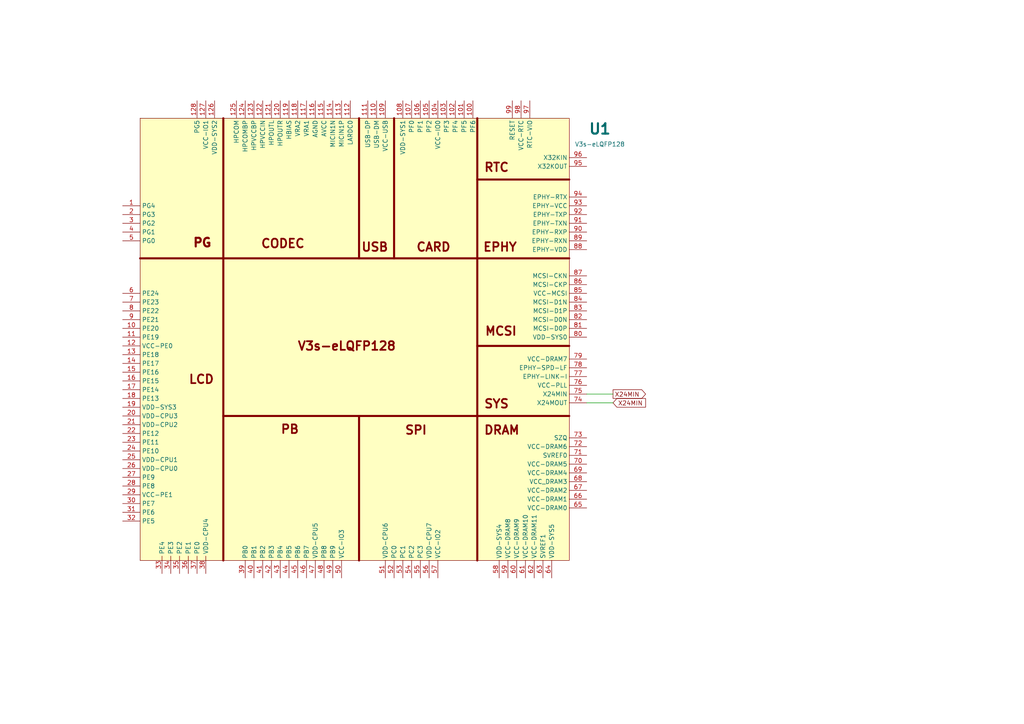
<source format=kicad_sch>
(kicad_sch
	(version 20250114)
	(generator "eeschema")
	(generator_version "9.0")
	(uuid "400c1603-202c-4359-a830-d2f0d06dd3ce")
	(paper "A4")
	(lib_symbols
		(symbol "custom_chips:V3S-eLQFP128"
			(exclude_from_sim no)
			(in_bom yes)
			(on_board yes)
			(property "Reference" "U"
				(at 66.04 69.596 0)
				(effects
					(font
						(size 3 3)
						(thickness 0.6)
						(bold yes)
					)
				)
			)
			(property "Value" "V3s-eLQFP128"
				(at 0 0 0)
				(effects
					(font
						(size 1.27 1.27)
					)
				)
			)
			(property "Footprint" "Package_QFP:LQFP-128_14x14mm_P0.4mm"
				(at 0 0 0)
				(effects
					(font
						(size 1.27 1.27)
					)
					(hide yes)
				)
			)
			(property "Datasheet" "https://linux-sunxi.org/images/2/23/Allwinner_V3s_Datasheet_V1.0.pdf"
				(at 0 0 0)
				(effects
					(font
						(size 1.27 1.27)
					)
					(hide yes)
				)
			)
			(property "Description" ""
				(at 0 0 0)
				(effects
					(font
						(size 1.27 1.27)
					)
					(hide yes)
				)
			)
			(symbol "V3S-eLQFP128_1_1"
				(rectangle
					(start -63.5 66.04)
					(end 60.96 -62.23)
					(stroke
						(width 0)
						(type solid)
					)
					(fill
						(type background)
					)
				)
				(polyline
					(pts
						(xy -39.37 66.04) (xy -39.37 -62.23)
					)
					(stroke
						(width 0.6)
						(type solid)
					)
					(fill
						(type none)
					)
				)
				(polyline
					(pts
						(xy 0 66.04) (xy 0 25.4)
					)
					(stroke
						(width 0.6)
						(type solid)
					)
					(fill
						(type none)
					)
				)
				(polyline
					(pts
						(xy 0 -62.23) (xy 0 -20.32)
					)
					(stroke
						(width 0.6)
						(type solid)
					)
					(fill
						(type none)
					)
				)
				(polyline
					(pts
						(xy 10.16 25.4) (xy 10.16 66.04)
					)
					(stroke
						(width 0.6)
						(type solid)
					)
					(fill
						(type none)
					)
				)
				(polyline
					(pts
						(xy 34.29 48.26) (xy 60.96 48.26)
					)
					(stroke
						(width 0.6)
						(type solid)
					)
					(fill
						(type none)
					)
				)
				(polyline
					(pts
						(xy 34.29 0) (xy 60.96 0)
					)
					(stroke
						(width 0.6)
						(type solid)
					)
					(fill
						(type none)
					)
				)
				(polyline
					(pts
						(xy 34.29 -62.23) (xy 34.29 66.04)
					)
					(stroke
						(width 0.6)
						(type solid)
					)
					(fill
						(type none)
					)
				)
				(polyline
					(pts
						(xy 60.96 25.4) (xy -63.5 25.4)
					)
					(stroke
						(width 0.6)
						(type solid)
					)
					(fill
						(type none)
					)
				)
				(polyline
					(pts
						(xy 60.96 -20.32) (xy -39.37 -20.32)
					)
					(stroke
						(width 0.6)
						(type solid)
					)
					(fill
						(type none)
					)
				)
				(text "LCD"
					(at -45.72 -9.652 0)
					(effects
						(font
							(size 2.5 2.5)
							(thickness 0.5)
							(bold yes)
						)
					)
				)
				(text "PG"
					(at -45.466 29.972 0)
					(effects
						(font
							(size 2.5 2.5)
							(thickness 0.6)
							(bold yes)
						)
					)
				)
				(text "CODEC"
					(at -22.098 29.718 0)
					(effects
						(font
							(size 2.5 2.5)
							(thickness 0.5)
							(bold yes)
						)
					)
				)
				(text "PB"
					(at -20.066 -24.13 0)
					(effects
						(font
							(size 2.5 2.5)
							(thickness 0.5)
							(bold yes)
						)
					)
				)
				(text "V3s-eLQFP128"
					(at -3.556 0 0)
					(effects
						(font
							(size 2.5 2.5)
							(thickness 0.5)
							(bold yes)
						)
					)
				)
				(text "USB"
					(at 4.572 28.702 0)
					(effects
						(font
							(size 2.5 2.5)
							(thickness 0.5)
							(bold yes)
						)
					)
				)
				(text "SPI"
					(at 16.51 -24.384 0)
					(effects
						(font
							(size 2.5 2.5)
							(thickness 0.5)
							(bold yes)
						)
					)
				)
				(text "CARD"
					(at 21.59 28.702 0)
					(effects
						(font
							(size 2.5 2.5)
							(thickness 0.5)
							(bold yes)
						)
					)
				)
				(text "RTC"
					(at 39.878 51.816 0)
					(effects
						(font
							(size 2.5 2.5)
							(thickness 0.5)
							(bold yes)
						)
					)
				)
				(text "SYS"
					(at 39.878 -16.764 0)
					(effects
						(font
							(size 2.5 2.5)
							(thickness 0.5)
							(bold yes)
						)
					)
				)
				(text "EPHY"
					(at 40.894 28.702 0)
					(effects
						(font
							(size 2.5 2.5)
							(thickness 0.5)
							(bold yes)
						)
					)
				)
				(text "MCSI"
					(at 41.148 4.318 0)
					(effects
						(font
							(size 2.5 2.5)
							(thickness 0.5)
							(bold yes)
						)
					)
				)
				(text "DRAM"
					(at 41.402 -24.384 0)
					(effects
						(font
							(size 2.5 2.5)
							(thickness 0.5)
							(bold yes)
						)
					)
				)
				(pin bidirectional line
					(at -68.58 40.64 0)
					(length 5.08)
					(name "PG4"
						(effects
							(font
								(size 1.27 1.27)
							)
						)
					)
					(number "1"
						(effects
							(font
								(size 1.27 1.27)
							)
						)
					)
					(alternate "PG_EINT4" bidirectional line)
					(alternate "SDC1_D2" bidirectional line)
				)
				(pin bidirectional line
					(at -68.58 38.1 0)
					(length 5.08)
					(name "PG3"
						(effects
							(font
								(size 1.27 1.27)
							)
						)
					)
					(number "2"
						(effects
							(font
								(size 1.27 1.27)
							)
						)
					)
					(alternate "PG_EINT3" bidirectional line)
					(alternate "SDC1_D1" bidirectional line)
				)
				(pin bidirectional line
					(at -68.58 35.56 0)
					(length 5.08)
					(name "PG2"
						(effects
							(font
								(size 1.27 1.27)
							)
						)
					)
					(number "3"
						(effects
							(font
								(size 1.27 1.27)
							)
						)
					)
					(alternate "PG_EINT2" bidirectional line)
					(alternate "SDC1_D0" bidirectional line)
				)
				(pin bidirectional line
					(at -68.58 33.02 0)
					(length 5.08)
					(name "PG1"
						(effects
							(font
								(size 1.27 1.27)
							)
						)
					)
					(number "4"
						(effects
							(font
								(size 1.27 1.27)
							)
						)
					)
					(alternate "PG_EINT1" bidirectional line)
					(alternate "SDC1_CMD" bidirectional line)
				)
				(pin bidirectional line
					(at -68.58 30.48 0)
					(length 5.08)
					(name "PG0"
						(effects
							(font
								(size 1.27 1.27)
							)
						)
					)
					(number "5"
						(effects
							(font
								(size 1.27 1.27)
							)
						)
					)
					(alternate "PG_EINT0" bidirectional line)
					(alternate "SDC1_CLK" bidirectional line)
				)
				(pin bidirectional line
					(at -68.58 15.24 0)
					(length 5.08)
					(name "PE24"
						(effects
							(font
								(size 1.27 1.27)
							)
						)
					)
					(number "6"
						(effects
							(font
								(size 1.27 1.27)
							)
						)
					)
					(alternate "LCD_D23" bidirectional line)
				)
				(pin bidirectional line
					(at -68.58 12.7 0)
					(length 5.08)
					(name "PE23"
						(effects
							(font
								(size 1.27 1.27)
							)
						)
					)
					(number "7"
						(effects
							(font
								(size 1.27 1.27)
							)
						)
					)
					(alternate "LCD_D22" bidirectional line)
				)
				(pin bidirectional line
					(at -68.58 10.16 0)
					(length 5.08)
					(name "PE22"
						(effects
							(font
								(size 1.27 1.27)
							)
						)
					)
					(number "8"
						(effects
							(font
								(size 1.27 1.27)
							)
						)
					)
					(alternate "CSI_SDA" bidirectional line)
					(alternate "TWI_SDA" bidirectional line)
					(alternate "UART1_RX" bidirectional line)
				)
				(pin bidirectional line
					(at -68.58 7.62 0)
					(length 5.08)
					(name "PE21"
						(effects
							(font
								(size 1.27 1.27)
							)
						)
					)
					(number "9"
						(effects
							(font
								(size 1.27 1.27)
							)
						)
					)
					(alternate "CSI_SCK" bidirectional line)
					(alternate "TWI1_SCK" bidirectional line)
					(alternate "UART1_TX" bidirectional line)
				)
				(pin bidirectional line
					(at -68.58 5.08 0)
					(length 5.08)
					(name "PE20"
						(effects
							(font
								(size 1.27 1.27)
							)
						)
					)
					(number "10"
						(effects
							(font
								(size 1.27 1.27)
							)
						)
					)
					(alternate "CSI_FIELD" bidirectional line)
					(alternate "CSI_MIPI_MCLK" bidirectional line)
				)
				(pin bidirectional line
					(at -68.58 2.54 0)
					(length 5.08)
					(name "PE19"
						(effects
							(font
								(size 1.27 1.27)
							)
						)
					)
					(number "11"
						(effects
							(font
								(size 1.27 1.27)
							)
						)
					)
					(alternate "CSI_D15" bidirectional line)
					(alternate "LCD_D21" bidirectional line)
				)
				(pin power_in line
					(at -68.58 0 0)
					(length 5.08)
					(name "VCC-PE0"
						(effects
							(font
								(size 1.27 1.27)
							)
						)
					)
					(number "12"
						(effects
							(font
								(size 1.27 1.27)
							)
						)
					)
				)
				(pin bidirectional line
					(at -68.58 -2.54 0)
					(length 5.08)
					(name "PE18"
						(effects
							(font
								(size 1.27 1.27)
							)
						)
					)
					(number "13"
						(effects
							(font
								(size 1.27 1.27)
							)
						)
					)
					(alternate "CSI_D14" bidirectional line)
					(alternate "LCD_D20" bidirectional line)
				)
				(pin bidirectional line
					(at -68.58 -5.08 0)
					(length 5.08)
					(name "PE17"
						(effects
							(font
								(size 1.27 1.27)
							)
						)
					)
					(number "14"
						(effects
							(font
								(size 1.27 1.27)
							)
						)
					)
					(alternate "CSI_D13" bidirectional line)
					(alternate "LCD_D19" bidirectional line)
				)
				(pin bidirectional line
					(at -68.58 -7.62 0)
					(length 5.08)
					(name "PE16"
						(effects
							(font
								(size 1.27 1.27)
							)
						)
					)
					(number "15"
						(effects
							(font
								(size 1.27 1.27)
							)
						)
					)
					(alternate "CSI_D12" bidirectional line)
					(alternate "LCD_D15" bidirectional line)
				)
				(pin bidirectional line
					(at -68.58 -10.16 0)
					(length 5.08)
					(name "PE15"
						(effects
							(font
								(size 1.27 1.27)
							)
						)
					)
					(number "16"
						(effects
							(font
								(size 1.27 1.27)
							)
						)
					)
					(alternate "CSI_D11" bidirectional line)
					(alternate "LCD_D15" bidirectional line)
				)
				(pin bidirectional line
					(at -68.58 -12.7 0)
					(length 5.08)
					(name "PE14"
						(effects
							(font
								(size 1.27 1.27)
							)
						)
					)
					(number "17"
						(effects
							(font
								(size 1.27 1.27)
							)
						)
					)
					(alternate "CSI_D10" bidirectional line)
					(alternate "LCD_D14" bidirectional line)
				)
				(pin bidirectional line
					(at -68.58 -15.24 0)
					(length 5.08)
					(name "PE13"
						(effects
							(font
								(size 1.27 1.27)
							)
						)
					)
					(number "18"
						(effects
							(font
								(size 1.27 1.27)
							)
						)
					)
					(alternate "CSI_D9" bidirectional line)
					(alternate "LCD_D13" bidirectional line)
				)
				(pin power_in line
					(at -68.58 -17.78 0)
					(length 5.08)
					(name "VDD-SYS3"
						(effects
							(font
								(size 1.27 1.27)
							)
						)
					)
					(number "19"
						(effects
							(font
								(size 1.27 1.27)
							)
						)
					)
				)
				(pin power_in line
					(at -68.58 -20.32 0)
					(length 5.08)
					(name "VDD-CPU3"
						(effects
							(font
								(size 1.27 1.27)
							)
						)
					)
					(number "20"
						(effects
							(font
								(size 1.27 1.27)
							)
						)
					)
				)
				(pin power_in line
					(at -68.58 -22.86 0)
					(length 5.08)
					(name "VDD-CPU2"
						(effects
							(font
								(size 1.27 1.27)
							)
						)
					)
					(number "21"
						(effects
							(font
								(size 1.27 1.27)
							)
						)
					)
				)
				(pin bidirectional line
					(at -68.58 -25.4 0)
					(length 5.08)
					(name "PE12"
						(effects
							(font
								(size 1.27 1.27)
							)
						)
					)
					(number "22"
						(effects
							(font
								(size 1.27 1.27)
							)
						)
					)
					(alternate "CSI_D8" bidirectional line)
					(alternate "LCD_D12" bidirectional line)
				)
				(pin bidirectional line
					(at -68.58 -27.94 0)
					(length 5.08)
					(name "PE11"
						(effects
							(font
								(size 1.27 1.27)
							)
						)
					)
					(number "23"
						(effects
							(font
								(size 1.27 1.27)
							)
						)
					)
					(alternate "CSI_D7" bidirectional line)
					(alternate "LCD_D11" bidirectional line)
				)
				(pin bidirectional line
					(at -68.58 -30.48 0)
					(length 5.08)
					(name "PE10"
						(effects
							(font
								(size 1.27 1.27)
							)
						)
					)
					(number "24"
						(effects
							(font
								(size 1.27 1.27)
							)
						)
					)
					(alternate "CSI_D6" bidirectional line)
					(alternate "LCD_D10" bidirectional line)
				)
				(pin power_in line
					(at -68.58 -33.02 0)
					(length 5.08)
					(name "VDD-CPU1"
						(effects
							(font
								(size 1.27 1.27)
							)
						)
					)
					(number "25"
						(effects
							(font
								(size 1.27 1.27)
							)
						)
					)
				)
				(pin power_in line
					(at -68.58 -35.56 0)
					(length 5.08)
					(name "VDD-CPU0"
						(effects
							(font
								(size 1.27 1.27)
							)
						)
					)
					(number "26"
						(effects
							(font
								(size 1.27 1.27)
							)
						)
					)
				)
				(pin bidirectional line
					(at -68.58 -38.1 0)
					(length 5.08)
					(name "PE9"
						(effects
							(font
								(size 1.27 1.27)
							)
						)
					)
					(number "27"
						(effects
							(font
								(size 1.27 1.27)
							)
						)
					)
					(alternate "CSI_D5" bidirectional line)
					(alternate "LCD_D7" bidirectional line)
				)
				(pin bidirectional line
					(at -68.58 -40.64 0)
					(length 5.08)
					(name "PE8"
						(effects
							(font
								(size 1.27 1.27)
							)
						)
					)
					(number "28"
						(effects
							(font
								(size 1.27 1.27)
							)
						)
					)
					(alternate "CSI_D4" bidirectional line)
					(alternate "LCD_D6" bidirectional line)
				)
				(pin power_in line
					(at -68.58 -43.18 0)
					(length 5.08)
					(name "VCC-PE1"
						(effects
							(font
								(size 1.27 1.27)
							)
						)
					)
					(number "29"
						(effects
							(font
								(size 1.27 1.27)
							)
						)
					)
				)
				(pin bidirectional line
					(at -68.58 -45.72 0)
					(length 5.08)
					(name "PE7"
						(effects
							(font
								(size 1.27 1.27)
							)
						)
					)
					(number "30"
						(effects
							(font
								(size 1.27 1.27)
							)
						)
					)
					(alternate "CSI_D3" bidirectional line)
					(alternate "LCD_D5" bidirectional line)
				)
				(pin bidirectional line
					(at -68.58 -48.26 0)
					(length 5.08)
					(name "PE6"
						(effects
							(font
								(size 1.27 1.27)
							)
						)
					)
					(number "31"
						(effects
							(font
								(size 1.27 1.27)
							)
						)
					)
					(alternate "CSI_D2" bidirectional line)
					(alternate "LCD_D4" bidirectional line)
				)
				(pin bidirectional line
					(at -68.58 -50.8 0)
					(length 5.08)
					(name "PE5"
						(effects
							(font
								(size 1.27 1.27)
							)
						)
					)
					(number "32"
						(effects
							(font
								(size 1.27 1.27)
							)
						)
					)
					(alternate "CSI_D1" bidirectional line)
					(alternate "LCD_D3" bidirectional line)
				)
				(pin bidirectional line
					(at -57.15 -66.04 90)
					(length 5.08)
					(name "PE4"
						(effects
							(font
								(size 1.27 1.27)
							)
						)
					)
					(number "33"
						(effects
							(font
								(size 1.27 1.27)
							)
						)
					)
					(alternate "CSI_D0" bidirectional line)
					(alternate "LCD_D2" bidirectional line)
				)
				(pin bidirectional line
					(at -54.61 -66.04 90)
					(length 5.08)
					(name "PE3"
						(effects
							(font
								(size 1.27 1.27)
							)
						)
					)
					(number "34"
						(effects
							(font
								(size 1.27 1.27)
							)
						)
					)
					(alternate "CSI_VSYNC" bidirectional line)
					(alternate "LCD_VSYNC" bidirectional line)
				)
				(pin bidirectional line
					(at -52.07 -66.04 90)
					(length 5.08)
					(name "PE2"
						(effects
							(font
								(size 1.27 1.27)
							)
						)
					)
					(number "35"
						(effects
							(font
								(size 1.27 1.27)
							)
						)
					)
					(alternate "CSI_HSYNC" bidirectional line)
					(alternate "LCD_HSYNC" bidirectional line)
				)
				(pin bidirectional line
					(at -49.53 -66.04 90)
					(length 5.08)
					(name "PE1"
						(effects
							(font
								(size 1.27 1.27)
							)
						)
					)
					(number "36"
						(effects
							(font
								(size 1.27 1.27)
							)
						)
					)
					(alternate "CSI_MCLK" bidirectional line)
					(alternate "LCD_DE" bidirectional line)
				)
				(pin bidirectional line
					(at -46.99 71.12 270)
					(length 5.08)
					(name "PG5"
						(effects
							(font
								(size 1.27 1.27)
							)
						)
					)
					(number "128"
						(effects
							(font
								(size 1.27 1.27)
							)
						)
					)
					(alternate "PG_EINT5" bidirectional line)
					(alternate "SDC1_D3" bidirectional line)
				)
				(pin bidirectional line
					(at -46.99 -66.04 90)
					(length 5.08)
					(name "PE0"
						(effects
							(font
								(size 1.27 1.27)
							)
						)
					)
					(number "37"
						(effects
							(font
								(size 1.27 1.27)
							)
						)
					)
					(alternate "CSI_PCLK" bidirectional line)
					(alternate "LCD_CLK" bidirectional line)
				)
				(pin power_in line
					(at -44.45 71.12 270)
					(length 5.08)
					(name "VCC-IO1"
						(effects
							(font
								(size 1.27 1.27)
							)
						)
					)
					(number "127"
						(effects
							(font
								(size 1.27 1.27)
							)
						)
					)
				)
				(pin power_in line
					(at -44.45 -66.04 90)
					(length 5.08)
					(name "VDD-CPU4"
						(effects
							(font
								(size 1.27 1.27)
							)
						)
					)
					(number "38"
						(effects
							(font
								(size 1.27 1.27)
							)
						)
					)
				)
				(pin power_in line
					(at -41.91 71.12 270)
					(length 5.08)
					(name "VDD-SYS2"
						(effects
							(font
								(size 1.27 1.27)
							)
						)
					)
					(number "126"
						(effects
							(font
								(size 1.27 1.27)
							)
						)
					)
				)
				(pin bidirectional line
					(at -35.56 71.12 270)
					(length 5.08)
					(name "HPCOM"
						(effects
							(font
								(size 1.27 1.27)
							)
						)
					)
					(number "125"
						(effects
							(font
								(size 1.27 1.27)
							)
						)
					)
				)
				(pin bidirectional line
					(at -33.02 71.12 270)
					(length 5.08)
					(name "HPCOMBP"
						(effects
							(font
								(size 1.27 1.27)
							)
						)
					)
					(number "124"
						(effects
							(font
								(size 1.27 1.27)
							)
						)
					)
				)
				(pin bidirectional line
					(at -33.02 -67.31 90)
					(length 5.08)
					(name "PB0"
						(effects
							(font
								(size 1.27 1.27)
							)
						)
					)
					(number "39"
						(effects
							(font
								(size 1.27 1.27)
							)
						)
					)
					(alternate "PB_EINT0" bidirectional line)
					(alternate "UART2_TX" output line)
				)
				(pin bidirectional line
					(at -30.48 71.12 270)
					(length 5.08)
					(name "HPVCCBP"
						(effects
							(font
								(size 1.27 1.27)
							)
						)
					)
					(number "123"
						(effects
							(font
								(size 1.27 1.27)
							)
						)
					)
				)
				(pin bidirectional line
					(at -30.48 -67.31 90)
					(length 5.08)
					(name "PB1"
						(effects
							(font
								(size 1.27 1.27)
							)
						)
					)
					(number "40"
						(effects
							(font
								(size 1.27 1.27)
							)
						)
					)
					(alternate "PB_EINT1" bidirectional line)
					(alternate "UART2_RX" input line)
				)
				(pin power_in line
					(at -27.94 71.12 270)
					(length 5.08)
					(name "HPVCCIN"
						(effects
							(font
								(size 1.27 1.27)
							)
						)
					)
					(number "122"
						(effects
							(font
								(size 1.27 1.27)
							)
						)
					)
				)
				(pin bidirectional line
					(at -27.94 -67.31 90)
					(length 5.08)
					(name "PB2"
						(effects
							(font
								(size 1.27 1.27)
							)
						)
					)
					(number "41"
						(effects
							(font
								(size 1.27 1.27)
							)
						)
					)
					(alternate "PB_EINT2" bidirectional line)
					(alternate "UART2_RTS" output line)
				)
				(pin bidirectional line
					(at -25.4 71.12 270)
					(length 5.08)
					(name "HPOUTL"
						(effects
							(font
								(size 1.27 1.27)
							)
						)
					)
					(number "121"
						(effects
							(font
								(size 1.27 1.27)
							)
						)
					)
				)
				(pin bidirectional line
					(at -25.4 -67.31 90)
					(length 5.08)
					(name "PB3"
						(effects
							(font
								(size 1.27 1.27)
							)
						)
					)
					(number "42"
						(effects
							(font
								(size 1.27 1.27)
							)
						)
					)
					(alternate "PB_EINT3" bidirectional line)
					(alternate "UART2_CTS" input line)
				)
				(pin bidirectional line
					(at -22.86 71.12 270)
					(length 5.08)
					(name "HPOUTR"
						(effects
							(font
								(size 1.27 1.27)
							)
						)
					)
					(number "120"
						(effects
							(font
								(size 1.27 1.27)
							)
						)
					)
				)
				(pin bidirectional line
					(at -22.86 -67.31 90)
					(length 5.08)
					(name "PB4"
						(effects
							(font
								(size 1.27 1.27)
							)
						)
					)
					(number "43"
						(effects
							(font
								(size 1.27 1.27)
							)
						)
					)
					(alternate "PB_EINT4" bidirectional line)
					(alternate "PWM0" bidirectional line)
				)
				(pin bidirectional line
					(at -20.32 71.12 270)
					(length 5.08)
					(name "HBIAS"
						(effects
							(font
								(size 1.27 1.27)
							)
						)
					)
					(number "119"
						(effects
							(font
								(size 1.27 1.27)
							)
						)
					)
				)
				(pin bidirectional line
					(at -20.32 -67.31 90)
					(length 5.08)
					(name "PB5"
						(effects
							(font
								(size 1.27 1.27)
							)
						)
					)
					(number "44"
						(effects
							(font
								(size 1.27 1.27)
							)
						)
					)
					(alternate "PB_EINT5" bidirectional line)
					(alternate "PWM1" bidirectional line)
				)
				(pin bidirectional line
					(at -17.78 71.12 270)
					(length 5.08)
					(name "VRA2"
						(effects
							(font
								(size 1.27 1.27)
							)
						)
					)
					(number "118"
						(effects
							(font
								(size 1.27 1.27)
							)
						)
					)
				)
				(pin bidirectional line
					(at -17.78 -67.31 90)
					(length 5.08)
					(name "PB6"
						(effects
							(font
								(size 1.27 1.27)
							)
						)
					)
					(number "45"
						(effects
							(font
								(size 1.27 1.27)
							)
						)
					)
					(alternate "PB_EINT6" bidirectional line)
					(alternate "TWI0_SCK" bidirectional line)
				)
				(pin bidirectional line
					(at -15.24 71.12 270)
					(length 5.08)
					(name "VRA1"
						(effects
							(font
								(size 1.27 1.27)
							)
						)
					)
					(number "117"
						(effects
							(font
								(size 1.27 1.27)
							)
						)
					)
				)
				(pin bidirectional line
					(at -15.24 -67.31 90)
					(length 5.08)
					(name "PB7"
						(effects
							(font
								(size 1.27 1.27)
							)
						)
					)
					(number "46"
						(effects
							(font
								(size 1.27 1.27)
							)
						)
					)
					(alternate "PB_EINT7" bidirectional line)
					(alternate "TWI0_SDA" bidirectional line)
				)
				(pin power_in line
					(at -12.7 71.12 270)
					(length 5.08)
					(name "AGND"
						(effects
							(font
								(size 1.27 1.27)
							)
						)
					)
					(number "116"
						(effects
							(font
								(size 1.27 1.27)
							)
						)
					)
				)
				(pin power_in line
					(at -12.7 -67.31 90)
					(length 5.08)
					(name "VDD-CPU5"
						(effects
							(font
								(size 1.27 1.27)
							)
						)
					)
					(number "47"
						(effects
							(font
								(size 1.27 1.27)
							)
						)
					)
				)
				(pin power_in line
					(at -10.16 71.12 270)
					(length 5.08)
					(name "AVCC"
						(effects
							(font
								(size 1.27 1.27)
							)
						)
					)
					(number "115"
						(effects
							(font
								(size 1.27 1.27)
							)
						)
					)
				)
				(pin bidirectional line
					(at -10.16 -67.31 90)
					(length 5.08)
					(name "PB8"
						(effects
							(font
								(size 1.27 1.27)
							)
						)
					)
					(number "48"
						(effects
							(font
								(size 1.27 1.27)
							)
						)
					)
					(alternate "PB_EINT8" bidirectional line)
					(alternate "TWI1_SCK" bidirectional line)
					(alternate "UART0_TX" output line)
				)
				(pin bidirectional line
					(at -7.62 71.12 270)
					(length 5.08)
					(name "MICIN1N"
						(effects
							(font
								(size 1.27 1.27)
							)
						)
					)
					(number "114"
						(effects
							(font
								(size 1.27 1.27)
							)
						)
					)
				)
				(pin bidirectional line
					(at -7.62 -67.31 90)
					(length 5.08)
					(name "PB9"
						(effects
							(font
								(size 1.27 1.27)
							)
						)
					)
					(number "49"
						(effects
							(font
								(size 1.27 1.27)
							)
						)
					)
					(alternate "PB_EINT9" bidirectional line)
					(alternate "TWI1_SDA" bidirectional line)
					(alternate "UART0_RX" input line)
				)
				(pin bidirectional line
					(at -5.08 71.12 270)
					(length 5.08)
					(name "MICIN1P"
						(effects
							(font
								(size 1.27 1.27)
							)
						)
					)
					(number "113"
						(effects
							(font
								(size 1.27 1.27)
							)
						)
					)
				)
				(pin power_in line
					(at -5.08 -67.31 90)
					(length 5.08)
					(name "VCC-IO3"
						(effects
							(font
								(size 1.27 1.27)
							)
						)
					)
					(number "50"
						(effects
							(font
								(size 1.27 1.27)
							)
						)
					)
				)
				(pin bidirectional line
					(at -2.54 71.12 270)
					(length 5.08)
					(name "LARDC0"
						(effects
							(font
								(size 1.27 1.27)
							)
						)
					)
					(number "112"
						(effects
							(font
								(size 1.27 1.27)
							)
						)
					)
				)
				(pin bidirectional line
					(at 2.54 71.12 270)
					(length 5.08)
					(name "USB-DP"
						(effects
							(font
								(size 1.27 1.27)
							)
						)
					)
					(number "111"
						(effects
							(font
								(size 1.27 1.27)
							)
						)
					)
				)
				(pin bidirectional line
					(at 5.08 71.12 270)
					(length 5.08)
					(name "USB-DM"
						(effects
							(font
								(size 1.27 1.27)
							)
						)
					)
					(number "110"
						(effects
							(font
								(size 1.27 1.27)
							)
						)
					)
				)
				(pin power_in line
					(at 7.62 71.12 270)
					(length 5.08)
					(name "VCC-USB"
						(effects
							(font
								(size 1.27 1.27)
							)
						)
					)
					(number "109"
						(effects
							(font
								(size 1.27 1.27)
							)
						)
					)
				)
				(pin power_in line
					(at 7.62 -67.31 90)
					(length 5.08)
					(name "VDD-CPU6"
						(effects
							(font
								(size 1.27 1.27)
							)
						)
					)
					(number "51"
						(effects
							(font
								(size 1.27 1.27)
							)
						)
					)
				)
				(pin bidirectional line
					(at 10.16 -67.31 90)
					(length 5.08)
					(name "PC0"
						(effects
							(font
								(size 1.27 1.27)
							)
						)
					)
					(number "52"
						(effects
							(font
								(size 1.27 1.27)
							)
						)
					)
					(alternate "SDC2_CLK" bidirectional line)
					(alternate "SPI_MISO" bidirectional line)
				)
				(pin power_in line
					(at 12.7 71.12 270)
					(length 5.08)
					(name "VDD-SYS1"
						(effects
							(font
								(size 1.27 1.27)
							)
						)
					)
					(number "108"
						(effects
							(font
								(size 1.27 1.27)
							)
						)
					)
				)
				(pin bidirectional line
					(at 12.7 -67.31 90)
					(length 5.08)
					(name "PC1"
						(effects
							(font
								(size 1.27 1.27)
							)
						)
					)
					(number "53"
						(effects
							(font
								(size 1.27 1.27)
							)
						)
					)
					(alternate "SDC2_CMD" bidirectional line)
					(alternate "SPI_CLK" bidirectional line)
				)
				(pin bidirectional line
					(at 15.24 71.12 270)
					(length 5.08)
					(name "PF0"
						(effects
							(font
								(size 1.27 1.27)
							)
						)
					)
					(number "107"
						(effects
							(font
								(size 1.27 1.27)
							)
						)
					)
					(alternate "JTAG_MS1" bidirectional line)
					(alternate "SDC0_D1" bidirectional line)
				)
				(pin bidirectional line
					(at 15.24 -67.31 90)
					(length 5.08)
					(name "PC2"
						(effects
							(font
								(size 1.27 1.27)
							)
						)
					)
					(number "54"
						(effects
							(font
								(size 1.27 1.27)
							)
						)
					)
					(alternate "SDC2_RST" bidirectional line)
					(alternate "SPI_CS" bidirectional line)
				)
				(pin bidirectional line
					(at 17.78 71.12 270)
					(length 5.08)
					(name "PF1"
						(effects
							(font
								(size 1.27 1.27)
							)
						)
					)
					(number "106"
						(effects
							(font
								(size 1.27 1.27)
							)
						)
					)
					(alternate "JTAG_DI1" bidirectional line)
					(alternate "SDC0_D0" bidirectional line)
				)
				(pin bidirectional line
					(at 17.78 -67.31 90)
					(length 5.08)
					(name "PC3"
						(effects
							(font
								(size 1.27 1.27)
							)
						)
					)
					(number "55"
						(effects
							(font
								(size 1.27 1.27)
							)
						)
					)
					(alternate "SDC2_D0" bidirectional line)
					(alternate "SPI_MOSI" bidirectional line)
				)
				(pin bidirectional line
					(at 20.32 71.12 270)
					(length 5.08)
					(name "PF2"
						(effects
							(font
								(size 1.27 1.27)
							)
						)
					)
					(number "105"
						(effects
							(font
								(size 1.27 1.27)
							)
						)
					)
					(alternate "SDC0_CLK" bidirectional line)
					(alternate "UART0_TX" bidirectional line)
				)
				(pin power_in line
					(at 20.32 -67.31 90)
					(length 5.08)
					(name "VDD-CPU7"
						(effects
							(font
								(size 1.27 1.27)
							)
						)
					)
					(number "56"
						(effects
							(font
								(size 1.27 1.27)
							)
						)
					)
				)
				(pin power_in line
					(at 22.86 71.12 270)
					(length 5.08)
					(name "VCC-IO0"
						(effects
							(font
								(size 1.27 1.27)
							)
						)
					)
					(number "104"
						(effects
							(font
								(size 1.27 1.27)
							)
						)
					)
				)
				(pin power_in line
					(at 22.86 -67.31 90)
					(length 5.08)
					(name "VCC-IO2"
						(effects
							(font
								(size 1.27 1.27)
							)
						)
					)
					(number "57"
						(effects
							(font
								(size 1.27 1.27)
							)
						)
					)
				)
				(pin bidirectional line
					(at 25.4 71.12 270)
					(length 5.08)
					(name "PF3"
						(effects
							(font
								(size 1.27 1.27)
							)
						)
					)
					(number "103"
						(effects
							(font
								(size 1.27 1.27)
							)
						)
					)
					(alternate "JTAG_D01" bidirectional line)
					(alternate "SDC0_CMD" bidirectional line)
				)
				(pin bidirectional line
					(at 27.94 71.12 270)
					(length 5.08)
					(name "PF4"
						(effects
							(font
								(size 1.27 1.27)
							)
						)
					)
					(number "102"
						(effects
							(font
								(size 1.27 1.27)
							)
						)
					)
					(alternate "SDC0_D3" bidirectional line)
					(alternate "UART0_RX" bidirectional line)
				)
				(pin bidirectional line
					(at 30.48 71.12 270)
					(length 5.08)
					(name "PF5"
						(effects
							(font
								(size 1.27 1.27)
							)
						)
					)
					(number "101"
						(effects
							(font
								(size 1.27 1.27)
							)
						)
					)
					(alternate "JTAG_CK1" bidirectional line)
					(alternate "SDC0_D2" bidirectional line)
				)
				(pin bidirectional line
					(at 33.02 71.12 270)
					(length 5.08)
					(name "PF6"
						(effects
							(font
								(size 1.27 1.27)
							)
						)
					)
					(number "100"
						(effects
							(font
								(size 1.27 1.27)
							)
						)
					)
				)
				(pin power_in line
					(at 40.64 -67.31 90)
					(length 5.08)
					(name "VDD-SYS4"
						(effects
							(font
								(size 1.27 1.27)
							)
						)
					)
					(number "58"
						(effects
							(font
								(size 1.27 1.27)
							)
						)
					)
				)
				(pin power_in line
					(at 43.18 -67.31 90)
					(length 5.08)
					(name "VCC-DRAM8"
						(effects
							(font
								(size 1.27 1.27)
							)
						)
					)
					(number "59"
						(effects
							(font
								(size 1.27 1.27)
							)
						)
					)
				)
				(pin input line
					(at 44.45 71.12 270)
					(length 5.08)
					(name "RESET"
						(effects
							(font
								(size 1.27 1.27)
							)
						)
					)
					(number "99"
						(effects
							(font
								(size 1.27 1.27)
							)
						)
					)
				)
				(pin power_in line
					(at 45.72 -67.31 90)
					(length 5.08)
					(name "VCC-DRAM9"
						(effects
							(font
								(size 1.27 1.27)
							)
						)
					)
					(number "60"
						(effects
							(font
								(size 1.27 1.27)
							)
						)
					)
				)
				(pin power_in line
					(at 46.99 71.12 270)
					(length 5.08)
					(name "VCC-RTC"
						(effects
							(font
								(size 1.27 1.27)
							)
						)
					)
					(number "98"
						(effects
							(font
								(size 1.27 1.27)
							)
						)
					)
				)
				(pin power_in line
					(at 48.26 -67.31 90)
					(length 5.08)
					(name "VCC-DRAM10"
						(effects
							(font
								(size 1.27 1.27)
							)
						)
					)
					(number "61"
						(effects
							(font
								(size 1.27 1.27)
							)
						)
					)
				)
				(pin power_in line
					(at 49.53 71.12 270)
					(length 5.08)
					(name "RTC-VIO"
						(effects
							(font
								(size 1.27 1.27)
							)
						)
					)
					(number "97"
						(effects
							(font
								(size 1.27 1.27)
							)
						)
					)
				)
				(pin power_in line
					(at 50.8 -67.31 90)
					(length 5.08)
					(name "VCC-DRAM11"
						(effects
							(font
								(size 1.27 1.27)
							)
						)
					)
					(number "62"
						(effects
							(font
								(size 1.27 1.27)
							)
						)
					)
				)
				(pin power_in line
					(at 53.34 -67.31 90)
					(length 5.08)
					(name "SVREF1"
						(effects
							(font
								(size 1.27 1.27)
							)
						)
					)
					(number "63"
						(effects
							(font
								(size 1.27 1.27)
							)
						)
					)
				)
				(pin power_in line
					(at 55.88 -67.31 90)
					(length 5.08)
					(name "VDD-SYS5"
						(effects
							(font
								(size 1.27 1.27)
							)
						)
					)
					(number "64"
						(effects
							(font
								(size 1.27 1.27)
							)
						)
					)
				)
				(pin bidirectional line
					(at 66.04 54.61 180)
					(length 5.08)
					(name "X32KIN"
						(effects
							(font
								(size 1.27 1.27)
							)
						)
					)
					(number "96"
						(effects
							(font
								(size 1.27 1.27)
							)
						)
					)
				)
				(pin bidirectional line
					(at 66.04 52.07 180)
					(length 5.08)
					(name "X32KOUT"
						(effects
							(font
								(size 1.27 1.27)
							)
						)
					)
					(number "95"
						(effects
							(font
								(size 1.27 1.27)
							)
						)
					)
				)
				(pin bidirectional line
					(at 66.04 43.18 180)
					(length 5.08)
					(name "EPHY-RTX"
						(effects
							(font
								(size 1.27 1.27)
							)
						)
					)
					(number "94"
						(effects
							(font
								(size 1.27 1.27)
							)
						)
					)
				)
				(pin power_in line
					(at 66.04 40.64 180)
					(length 5.08)
					(name "EPHY-VCC"
						(effects
							(font
								(size 1.27 1.27)
							)
						)
					)
					(number "93"
						(effects
							(font
								(size 1.27 1.27)
							)
						)
					)
				)
				(pin bidirectional line
					(at 66.04 38.1 180)
					(length 5.08)
					(name "EPHY-TXP"
						(effects
							(font
								(size 1.27 1.27)
							)
						)
					)
					(number "92"
						(effects
							(font
								(size 1.27 1.27)
							)
						)
					)
				)
				(pin bidirectional line
					(at 66.04 35.56 180)
					(length 5.08)
					(name "EPHY-TXN"
						(effects
							(font
								(size 1.27 1.27)
							)
						)
					)
					(number "91"
						(effects
							(font
								(size 1.27 1.27)
							)
						)
					)
				)
				(pin bidirectional line
					(at 66.04 33.02 180)
					(length 5.08)
					(name "EPHY-RXP"
						(effects
							(font
								(size 1.27 1.27)
							)
						)
					)
					(number "90"
						(effects
							(font
								(size 1.27 1.27)
							)
						)
					)
				)
				(pin bidirectional line
					(at 66.04 30.48 180)
					(length 5.08)
					(name "EPHY-RXN"
						(effects
							(font
								(size 1.27 1.27)
							)
						)
					)
					(number "89"
						(effects
							(font
								(size 1.27 1.27)
							)
						)
					)
				)
				(pin power_in line
					(at 66.04 27.94 180)
					(length 5.08)
					(name "EPHY-VDD"
						(effects
							(font
								(size 1.27 1.27)
							)
						)
					)
					(number "88"
						(effects
							(font
								(size 1.27 1.27)
							)
						)
					)
				)
				(pin bidirectional line
					(at 66.04 20.32 180)
					(length 5.08)
					(name "MCSI-CKN"
						(effects
							(font
								(size 1.27 1.27)
							)
						)
					)
					(number "87"
						(effects
							(font
								(size 1.27 1.27)
							)
						)
					)
				)
				(pin bidirectional line
					(at 66.04 17.78 180)
					(length 5.08)
					(name "MCSI-CKP"
						(effects
							(font
								(size 1.27 1.27)
							)
						)
					)
					(number "86"
						(effects
							(font
								(size 1.27 1.27)
							)
						)
					)
				)
				(pin power_in line
					(at 66.04 15.24 180)
					(length 5.08)
					(name "VCC-MCSI"
						(effects
							(font
								(size 1.27 1.27)
							)
						)
					)
					(number "85"
						(effects
							(font
								(size 1.27 1.27)
							)
						)
					)
				)
				(pin bidirectional line
					(at 66.04 12.7 180)
					(length 5.08)
					(name "MCSI-D1N"
						(effects
							(font
								(size 1.27 1.27)
							)
						)
					)
					(number "84"
						(effects
							(font
								(size 1.27 1.27)
							)
						)
					)
				)
				(pin bidirectional line
					(at 66.04 10.16 180)
					(length 5.08)
					(name "MCSI-D1P"
						(effects
							(font
								(size 1.27 1.27)
							)
						)
					)
					(number "83"
						(effects
							(font
								(size 1.27 1.27)
							)
						)
					)
				)
				(pin bidirectional line
					(at 66.04 7.62 180)
					(length 5.08)
					(name "MCSI-D0N"
						(effects
							(font
								(size 1.27 1.27)
							)
						)
					)
					(number "82"
						(effects
							(font
								(size 1.27 1.27)
							)
						)
					)
				)
				(pin bidirectional line
					(at 66.04 5.08 180)
					(length 5.08)
					(name "MCSI-D0P"
						(effects
							(font
								(size 1.27 1.27)
							)
						)
					)
					(number "81"
						(effects
							(font
								(size 1.27 1.27)
							)
						)
					)
				)
				(pin power_in line
					(at 66.04 2.54 180)
					(length 5.08)
					(name "VDD-SYS0"
						(effects
							(font
								(size 1.27 1.27)
							)
						)
					)
					(number "80"
						(effects
							(font
								(size 1.27 1.27)
							)
						)
					)
				)
				(pin power_in line
					(at 66.04 -3.81 180)
					(length 5.08)
					(name "VCC-DRAM7"
						(effects
							(font
								(size 1.27 1.27)
							)
						)
					)
					(number "79"
						(effects
							(font
								(size 1.27 1.27)
							)
						)
					)
				)
				(pin output line
					(at 66.04 -6.35 180)
					(length 5.08)
					(name "EPHY-SPD-LF"
						(effects
							(font
								(size 1.27 1.27)
							)
						)
					)
					(number "78"
						(effects
							(font
								(size 1.27 1.27)
							)
						)
					)
				)
				(pin output line
					(at 66.04 -8.89 180)
					(length 5.08)
					(name "EPHY-LINK-I"
						(effects
							(font
								(size 1.27 1.27)
							)
						)
					)
					(number "77"
						(effects
							(font
								(size 1.27 1.27)
							)
						)
					)
				)
				(pin power_in line
					(at 66.04 -11.43 180)
					(length 5.08)
					(name "VCC-PLL"
						(effects
							(font
								(size 1.27 1.27)
							)
						)
					)
					(number "76"
						(effects
							(font
								(size 1.27 1.27)
							)
						)
					)
				)
				(pin bidirectional line
					(at 66.04 -13.97 180)
					(length 5.08)
					(name "X24MIN"
						(effects
							(font
								(size 1.27 1.27)
							)
						)
					)
					(number "75"
						(effects
							(font
								(size 1.27 1.27)
							)
						)
					)
				)
				(pin bidirectional line
					(at 66.04 -16.51 180)
					(length 5.08)
					(name "X24MOUT"
						(effects
							(font
								(size 1.27 1.27)
							)
						)
					)
					(number "74"
						(effects
							(font
								(size 1.27 1.27)
							)
						)
					)
				)
				(pin unspecified line
					(at 66.04 -26.67 180)
					(length 5.08)
					(name "SZQ"
						(effects
							(font
								(size 1.27 1.27)
							)
						)
					)
					(number "73"
						(effects
							(font
								(size 1.27 1.27)
							)
						)
					)
				)
				(pin power_in line
					(at 66.04 -29.21 180)
					(length 5.08)
					(name "VCC-DRAM6"
						(effects
							(font
								(size 1.27 1.27)
							)
						)
					)
					(number "72"
						(effects
							(font
								(size 1.27 1.27)
							)
						)
					)
				)
				(pin power_in line
					(at 66.04 -31.75 180)
					(length 5.08)
					(name "SVREF0"
						(effects
							(font
								(size 1.27 1.27)
							)
						)
					)
					(number "71"
						(effects
							(font
								(size 1.27 1.27)
							)
						)
					)
				)
				(pin power_in line
					(at 66.04 -34.29 180)
					(length 5.08)
					(name "VCC-DRAM5"
						(effects
							(font
								(size 1.27 1.27)
							)
						)
					)
					(number "70"
						(effects
							(font
								(size 1.27 1.27)
							)
						)
					)
				)
				(pin power_in line
					(at 66.04 -36.83 180)
					(length 5.08)
					(name "VCC-DRAM4"
						(effects
							(font
								(size 1.27 1.27)
							)
						)
					)
					(number "69"
						(effects
							(font
								(size 1.27 1.27)
							)
						)
					)
				)
				(pin power_in line
					(at 66.04 -39.37 180)
					(length 5.08)
					(name "VCC_DRAM3"
						(effects
							(font
								(size 1.27 1.27)
							)
						)
					)
					(number "68"
						(effects
							(font
								(size 1.27 1.27)
							)
						)
					)
				)
				(pin power_in line
					(at 66.04 -41.91 180)
					(length 5.08)
					(name "VCC-DRAM2"
						(effects
							(font
								(size 1.27 1.27)
							)
						)
					)
					(number "67"
						(effects
							(font
								(size 1.27 1.27)
							)
						)
					)
				)
				(pin power_in line
					(at 66.04 -44.45 180)
					(length 5.08)
					(name "VCC-DRAM1"
						(effects
							(font
								(size 1.27 1.27)
							)
						)
					)
					(number "66"
						(effects
							(font
								(size 1.27 1.27)
							)
						)
					)
				)
				(pin power_in line
					(at 66.04 -46.99 180)
					(length 5.08)
					(name "VCC-DRAM0"
						(effects
							(font
								(size 1.27 1.27)
							)
						)
					)
					(number "65"
						(effects
							(font
								(size 1.27 1.27)
							)
						)
					)
				)
			)
			(embedded_fonts no)
		)
	)
	(wire
		(pts
			(xy 170.18 116.84) (xy 177.8 116.84)
		)
		(stroke
			(width 0)
			(type default)
		)
		(uuid "a82bef7c-83b9-48ff-ba09-a113e6130017")
	)
	(wire
		(pts
			(xy 170.18 114.3) (xy 177.8 114.3)
		)
		(stroke
			(width 0)
			(type default)
		)
		(uuid "b53c84b2-89a9-428c-9a2a-947e20cb4e0b")
	)
	(global_label "X24MIN"
		(shape output)
		(at 177.8 114.3 0)
		(fields_autoplaced yes)
		(effects
			(font
				(size 1.27 1.27)
			)
			(justify left)
		)
		(uuid "03f8f6aa-8a87-48a8-b6bd-173ad79d08ed")
		(property "Intersheetrefs" "${INTERSHEET_REFS}"
			(at 187.8004 114.3 0)
			(effects
				(font
					(size 1.27 1.27)
				)
				(justify left)
				(hide yes)
			)
		)
	)
	(global_label "X24MIN"
		(shape input)
		(at 177.8 116.84 0)
		(fields_autoplaced yes)
		(effects
			(font
				(size 1.27 1.27)
			)
			(justify left)
		)
		(uuid "360a55a1-616e-415c-9416-86eb8d7f976b")
		(property "Intersheetrefs" "${INTERSHEET_REFS}"
			(at 187.8004 116.84 0)
			(effects
				(font
					(size 1.27 1.27)
				)
				(justify left)
				(hide yes)
			)
		)
	)
	(symbol
		(lib_id "custom_chips:V3S-eLQFP128")
		(at 104.14 100.33 0)
		(unit 1)
		(exclude_from_sim no)
		(in_bom yes)
		(on_board yes)
		(dnp no)
		(fields_autoplaced yes)
		(uuid "a968c4df-cb64-4bb0-a835-ff21f2a4cfa8")
		(property "Reference" "U1"
			(at 173.99 37.3949 0)
			(effects
				(font
					(size 3 3)
					(thickness 0.6)
					(bold yes)
				)
			)
		)
		(property "Value" "V3s-eLQFP128"
			(at 173.99 41.8398 0)
			(effects
				(font
					(size 1.27 1.27)
				)
			)
		)
		(property "Footprint" "Package_QFP:LQFP-128_14x14mm_P0.4mm"
			(at 104.14 100.33 0)
			(effects
				(font
					(size 1.27 1.27)
				)
				(hide yes)
			)
		)
		(property "Datasheet" "https://linux-sunxi.org/images/2/23/Allwinner_V3s_Datasheet_V1.0.pdf"
			(at 104.14 100.33 0)
			(effects
				(font
					(size 1.27 1.27)
				)
				(hide yes)
			)
		)
		(property "Description" ""
			(at 104.14 100.33 0)
			(effects
				(font
					(size 1.27 1.27)
				)
				(hide yes)
			)
		)
		(pin "115"
			(uuid "78d009a3-c97c-4586-a88a-dcbcce23561a")
		)
		(pin "111"
			(uuid "4c85cfd8-53c2-4b72-bbeb-15bec7e58350")
		)
		(pin "109"
			(uuid "4aa38d60-7d62-4431-88cd-37958009aa9a")
		)
		(pin "50"
			(uuid "02046380-7ded-4161-af3c-61484195a614")
		)
		(pin "56"
			(uuid "42563118-cbf3-47a8-8507-79196b03b325")
		)
		(pin "57"
			(uuid "7c94ddab-f4bf-408c-8a47-0f4c486e55b4")
		)
		(pin "102"
			(uuid "72dabf35-1518-48d8-af14-75953d0afb17")
		)
		(pin "44"
			(uuid "db08b845-0bee-44a3-a80d-75732dda487b")
		)
		(pin "118"
			(uuid "ddf61f83-d120-431e-a03e-f49dc77296cf")
		)
		(pin "46"
			(uuid "499a397e-6269-427a-9e17-6bd60194416c")
		)
		(pin "114"
			(uuid "212c2bf9-0e9c-45c6-9902-1a4d3de561b2")
		)
		(pin "51"
			(uuid "c870b8e8-e40b-4c44-8647-6df0ed928f96")
		)
		(pin "112"
			(uuid "16bbed29-d397-43e7-a311-23ff8e20025a")
		)
		(pin "45"
			(uuid "5ce17d7a-2774-46e6-8441-f4859b69c4a8")
		)
		(pin "48"
			(uuid "42821b21-363a-4983-85b3-3e479329d489")
		)
		(pin "113"
			(uuid "36bf759c-c357-4413-88dc-e94d2a9c94d0")
		)
		(pin "49"
			(uuid "b7f74b23-5d6c-46a8-b4f7-22b7343f6a1c")
		)
		(pin "110"
			(uuid "f179de6b-4247-4396-b361-c9fe9dbc054d")
		)
		(pin "116"
			(uuid "250652b8-9129-4ced-860f-80503ab214cc")
		)
		(pin "108"
			(uuid "19d0e9fb-301c-49bf-96eb-82a4dbac62d1")
		)
		(pin "53"
			(uuid "c9aea8b5-058e-4d02-a10f-a2088c2b80b0")
		)
		(pin "107"
			(uuid "60b139d5-9164-46e1-a5a3-0fc15986a1a8")
		)
		(pin "117"
			(uuid "4c8a25d5-711f-4872-a073-d44a7a67dbee")
		)
		(pin "47"
			(uuid "2e5f0d78-2fb5-4028-a857-5b57fb9ea8cd")
		)
		(pin "52"
			(uuid "d35ce607-3764-47d5-80d2-175e6ba1790a")
		)
		(pin "54"
			(uuid "fba1bb61-cc84-4297-8ef1-dac4b9320be3")
		)
		(pin "106"
			(uuid "64eb1148-a52e-455f-8104-beb1913c6feb")
		)
		(pin "55"
			(uuid "4554e408-f32c-4d36-bdb2-69d30d070eda")
		)
		(pin "105"
			(uuid "4abaff6d-e34d-48af-85bf-4ce4040fd5bb")
		)
		(pin "104"
			(uuid "315251f1-5944-41cd-b31d-69d6d4bea6b1")
		)
		(pin "103"
			(uuid "63b636c3-8e74-4aa7-b8ac-9c182db1127f")
		)
		(pin "93"
			(uuid "2e65fd53-2c58-49c5-a5e6-5d9de5f551b9")
		)
		(pin "83"
			(uuid "74b36278-d558-48dc-a14b-50b8fcf19211")
		)
		(pin "62"
			(uuid "cffa174a-4abc-43c2-9745-142e74d31d5f")
		)
		(pin "100"
			(uuid "f00e66fe-2901-4e96-9ce2-ad5a61ea8975")
		)
		(pin "63"
			(uuid "25d501c5-6a6c-4322-9a02-c19a8c8bab96")
		)
		(pin "96"
			(uuid "3372a268-85e7-450b-8477-1afb1d3f0c8a")
		)
		(pin "98"
			(uuid "4d06834a-96ab-4daf-9d19-091d57eebda8")
		)
		(pin "64"
			(uuid "81d89a4b-9bb9-402d-a8d5-59f12c3cdeca")
		)
		(pin "60"
			(uuid "10815b9e-c08a-4eb0-8453-a3e617f2667a")
		)
		(pin "99"
			(uuid "c2518c85-22a3-4085-ac4d-5b49a06412da")
		)
		(pin "101"
			(uuid "10a5a2ca-9a36-4335-b27e-a77aee6c9857")
		)
		(pin "59"
			(uuid "a3cd371c-16c7-4c5f-8f92-f7d9cad74884")
		)
		(pin "97"
			(uuid "c5ec4dbd-a039-4400-811d-fb909e7707e3")
		)
		(pin "95"
			(uuid "830ca44e-1422-4b35-9802-45d1d5e50a88")
		)
		(pin "58"
			(uuid "60f0f198-3694-43e1-a727-bd9029f2d28a")
		)
		(pin "89"
			(uuid "f8426cea-9f6b-4f4e-88b7-5b2c4b33e249")
		)
		(pin "91"
			(uuid "57f713bb-6132-4d00-b6e1-75d671c4056c")
		)
		(pin "92"
			(uuid "2880907e-53fc-42e4-b0b1-94c7a5e17454")
		)
		(pin "94"
			(uuid "d76267b9-4310-4f7c-b166-33827f7aa7fa")
		)
		(pin "88"
			(uuid "205ecfd2-d7b7-42f6-a0ac-c316c5fd4599")
		)
		(pin "87"
			(uuid "41b34c0b-9d95-49ff-af27-0b0e7ba1f916")
		)
		(pin "61"
			(uuid "3f2c8e38-5256-45e0-9cd3-10ad20b89526")
		)
		(pin "86"
			(uuid "32876baf-09f7-4810-b535-6180777d4483")
		)
		(pin "85"
			(uuid "9d8ee483-40e5-4f1e-8375-cb01bbaacab6")
		)
		(pin "90"
			(uuid "49f7f273-f9d2-4bb2-b4fb-d0ef92ab68f0")
		)
		(pin "84"
			(uuid "7fa4ec21-c14e-4daa-b333-211563249666")
		)
		(pin "80"
			(uuid "58925a88-26a7-430e-b195-c8e7a8837877")
		)
		(pin "82"
			(uuid "28d5dd6f-cdab-4cef-82df-010d47be4b65")
		)
		(pin "79"
			(uuid "05b78b66-d2c8-49d6-b442-ca4352e47a14")
		)
		(pin "78"
			(uuid "bb3961d3-2231-4b8a-bc9a-c2cd57ab837b")
		)
		(pin "77"
			(uuid "39caa890-6644-44c5-b634-957c51573581")
		)
		(pin "81"
			(uuid "0de84429-113a-4c58-b0c5-8c91d33242f9")
		)
		(pin "76"
			(uuid "c582c34a-c251-49ea-9a0a-b1eb582dcd6c")
		)
		(pin "67"
			(uuid "9a3c63f7-902f-49ac-b9a9-78d98782fabb")
		)
		(pin "75"
			(uuid "932c6089-15d0-41c5-b83f-d5debdd45ca5")
		)
		(pin "74"
			(uuid "2fa80549-8ebd-4bf2-bb08-d15987acda90")
		)
		(pin "71"
			(uuid "1aaab7d4-994f-4e99-865a-af09128ece50")
		)
		(pin "72"
			(uuid "ba0f63f6-07be-4ddf-a783-7ac12ad30f79")
		)
		(pin "70"
			(uuid "4af889e4-d3ae-4196-ab47-62c2d4a26520")
		)
		(pin "69"
			(uuid "68e06729-82a0-458d-9b28-a420469288f5")
		)
		(pin "66"
			(uuid "b76d2b35-5053-4d01-b26b-6f0b62701310")
		)
		(pin "68"
			(uuid "29f8f5e5-6dd6-402c-84fa-4d4eaa1c46c1")
		)
		(pin "65"
			(uuid "3958e883-705d-4a79-9c61-3c589c1ba492")
		)
		(pin "73"
			(uuid "96a6b9c7-5ed7-4ebc-81f9-9ba0da240b7a")
		)
		(pin "2"
			(uuid "6d4585d7-b11d-4f1c-90d0-00d0b2cfe7d4")
		)
		(pin "7"
			(uuid "b035b6bc-ec01-4e29-852f-45c76cbd44e8")
		)
		(pin "14"
			(uuid "2438ae7e-39e8-407c-8934-28dfee1dfa62")
		)
		(pin "24"
			(uuid "0e769082-e60f-407a-b1e3-1ef95a0d4091")
		)
		(pin "26"
			(uuid "78608648-c428-459c-b8b6-8fce56276d39")
		)
		(pin "11"
			(uuid "1d65c02c-d93f-414d-8ff8-35ca38c5c20b")
		)
		(pin "16"
			(uuid "745e23fe-06f0-48b3-842b-d76419a8ab52")
		)
		(pin "5"
			(uuid "f4f7a769-b93c-4f54-be9b-60c55f5dd769")
		)
		(pin "19"
			(uuid "1d01dcfe-8717-442a-8f98-161f0428d861")
		)
		(pin "4"
			(uuid "249697e4-43cb-475a-aa8f-33ecdab80fc6")
		)
		(pin "6"
			(uuid "f17491e4-c021-4dcc-99ac-f84fdbefa498")
		)
		(pin "12"
			(uuid "cbfe14df-c634-4e4a-a73c-db27c36c7997")
		)
		(pin "1"
			(uuid "2387462b-6554-4004-93c6-1868da012c07")
		)
		(pin "8"
			(uuid "2d9ad803-ce32-4c70-bf46-4e4fee6965a4")
		)
		(pin "3"
			(uuid "f7de63c0-13ca-4cd6-a854-68b4fdabea57")
		)
		(pin "9"
			(uuid "9b67dccf-1881-4a67-86d3-28500f9e79c0")
		)
		(pin "13"
			(uuid "fab36409-5459-4b70-8a60-8cd6bd0deeb1")
		)
		(pin "15"
			(uuid "05b2e511-7589-4ff9-982d-70aabbb575b5")
		)
		(pin "17"
			(uuid "ba201aea-db8b-482f-854a-5d40441e0783")
		)
		(pin "10"
			(uuid "4231415e-c544-41f7-bc20-a07ef22461d2")
		)
		(pin "18"
			(uuid "f9bfac19-7452-447c-b060-782f3b8be672")
		)
		(pin "20"
			(uuid "0d085977-149a-482b-a0e7-dc79a6bc9efc")
		)
		(pin "21"
			(uuid "bef0fa27-466a-4f06-b28f-c34a562268ce")
		)
		(pin "22"
			(uuid "55a05b96-4b5c-460d-afb1-a64ec4f045ae")
		)
		(pin "23"
			(uuid "89b0eb17-81e9-44ce-a8da-5b37a3812e19")
		)
		(pin "25"
			(uuid "9152f9d8-e35c-4791-be36-bfebf29f06be")
		)
		(pin "27"
			(uuid "1d18363d-43ed-48f8-8c10-b1fa902693e3")
		)
		(pin "29"
			(uuid "adc62c55-6475-4a76-8f77-50d9c641ad92")
		)
		(pin "30"
			(uuid "025718ec-10b8-48bf-816b-32d65cabadf2")
		)
		(pin "28"
			(uuid "04790c8b-8077-4571-b98f-b82d13e8a07a")
		)
		(pin "31"
			(uuid "9edd6377-74bf-49f5-9db4-a6d2c4658a25")
		)
		(pin "32"
			(uuid "e2c26906-81d7-43ac-b696-d6ff60c509b6")
		)
		(pin "39"
			(uuid "f511e927-02df-42a4-9e49-217601c887d6")
		)
		(pin "119"
			(uuid "ec00631b-978f-4d34-8c57-56fdea39568f")
		)
		(pin "127"
			(uuid "6bcfcf1d-64a1-4a99-bdc8-70376f0c1184")
		)
		(pin "37"
			(uuid "6a3f5805-4373-40e5-8acc-7c004ce251d3")
		)
		(pin "36"
			(uuid "5ef1498d-3ee4-4c70-a953-762b9bff4be8")
		)
		(pin "125"
			(uuid "c2f05d3b-fee0-4a61-81b9-1ede6fe374b7")
		)
		(pin "123"
			(uuid "e41d5c3b-48ba-43fd-ad9b-030a3f6d3377")
		)
		(pin "126"
			(uuid "54ff9e08-24a7-48bb-9a3a-84eb754aae94")
		)
		(pin "120"
			(uuid "7c238d6c-b254-4eed-bc02-98cf34468a83")
		)
		(pin "33"
			(uuid "5ebebbf7-8ce2-4b99-a985-885655f2a328")
		)
		(pin "43"
			(uuid "68eda37d-bdda-4b8c-962a-2381ac47e72c")
		)
		(pin "38"
			(uuid "3c5c5d59-cc0e-4abe-8304-03701a1f1802")
		)
		(pin "40"
			(uuid "56b54e13-6da4-4b4d-9280-3e1df7a66672")
		)
		(pin "122"
			(uuid "46728ea9-429b-4722-a981-972e54b3bee6")
		)
		(pin "34"
			(uuid "32c0c127-4a41-4461-8092-f2f3512bf9c4")
		)
		(pin "42"
			(uuid "92d5db5f-690a-4377-8f9d-29643dc06a25")
		)
		(pin "124"
			(uuid "0a582b5a-62ee-47ee-9a44-7a128c6317cb")
		)
		(pin "41"
			(uuid "77db2d5d-63d8-4f1c-aa42-65bf6253ea17")
		)
		(pin "121"
			(uuid "3975f922-298e-4d1e-a908-8b9397e2cf4b")
		)
		(pin "128"
			(uuid "bf406041-de7d-4321-b58b-49c89b6cde00")
		)
		(pin "35"
			(uuid "0cd30e22-c173-4f5b-8f77-17ce36d0649e")
		)
		(instances
			(project ""
				(path "/400c1603-202c-4359-a830-d2f0d06dd3ce"
					(reference "U1")
					(unit 1)
				)
			)
		)
	)
	(sheet_instances
		(path "/"
			(page "1")
		)
	)
	(embedded_fonts no)
)

</source>
